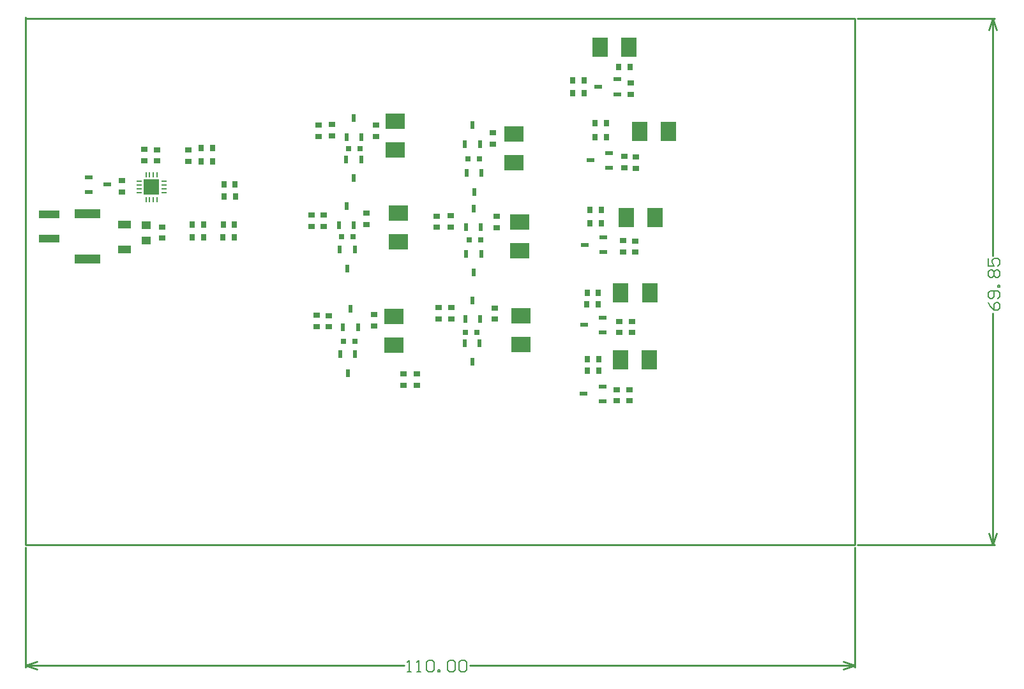
<source format=gtp>
%FSLAX25Y25*%
%MOIN*%
G70*
G01*
G75*
G04 Layer_Color=8421504*
%ADD10C,0.01000*%
%ADD11C,0.00800*%
%ADD12C,0.02000*%
%ADD13C,0.01500*%
%ADD14R,0.07874X0.09843*%
%ADD15R,0.03937X0.02362*%
%ADD16R,0.02756X0.03347*%
%ADD17R,0.03347X0.02756*%
%ADD18R,0.02362X0.03937*%
%ADD19R,0.09843X0.07874*%
%ADD20R,0.03150X0.03000*%
%ADD21R,0.01102X0.02618*%
%ADD22R,0.02618X0.01102*%
%ADD23R,0.08425X0.08425*%
%ADD24R,0.05118X0.03937*%
%ADD25R,0.07087X0.03937*%
%ADD26R,0.13780X0.04724*%
%ADD27R,0.10630X0.03937*%
%ADD28C,0.04000*%
%ADD29R,0.10400X0.19500*%
%ADD30R,0.29800X0.09500*%
%ADD31R,0.09700X0.12600*%
%ADD32R,0.21700X0.08200*%
%ADD33R,0.14400X0.15700*%
%ADD34R,0.31850X0.07800*%
%ADD35R,0.22100X0.07800*%
%ADD36R,0.09250X0.32500*%
%ADD37R,0.35100X0.09500*%
%ADD38R,0.13950X0.24700*%
%ADD39R,0.15400X0.30700*%
%ADD40R,0.11100X0.37200*%
%ADD41R,0.43600X0.19500*%
%ADD42R,0.55200X0.21700*%
%ADD43R,0.28700X0.30200*%
%ADD44R,0.23100X0.37800*%
%ADD45R,0.46700X0.47800*%
%ADD46R,0.48000X1.67000*%
%ADD47R,0.40000X0.63500*%
%ADD48R,2.47000X0.34000*%
%ADD49R,0.27000X0.39600*%
%ADD50R,0.32000X0.43000*%
%ADD51R,0.28000X0.46000*%
%ADD52C,0.00600*%
%ADD53C,0.05906*%
%ADD54R,0.05906X0.05906*%
%ADD55R,0.04724X0.06299*%
%ADD56O,0.04724X0.06299*%
%ADD57C,0.23622*%
%ADD58R,0.05906X0.05906*%
%ADD59C,0.19685*%
%ADD60C,0.03000*%
%ADD61C,0.02000*%
%ADD62C,0.05500*%
%ADD63R,0.03000X0.04000*%
%ADD64R,0.04000X0.03000*%
%ADD65R,0.04331X0.04724*%
%ADD66R,0.12992X0.09843*%
%ADD67R,0.03543X0.02126*%
%ADD68R,0.01969X0.06299*%
%ADD69R,0.14410X0.07874*%
%ADD70R,0.14410X0.09843*%
%ADD71R,0.05118X0.13780*%
%ADD72R,0.04724X0.13780*%
%ADD73R,0.13386X0.19291*%
%ADD74R,0.05512X0.05512*%
%ADD75R,0.09843X0.14410*%
%ADD76R,0.07874X0.14410*%
%ADD77R,0.06299X0.01969*%
%ADD78R,0.02126X0.03543*%
%ADD79R,0.14016X0.07008*%
%ADD80R,0.23900X0.07400*%
%ADD81R,0.06600X0.29900*%
%ADD82R,0.31161X0.10375*%
%ADD83R,0.10100X0.35200*%
%ADD84R,0.32275X0.09409*%
%ADD85R,0.13400X0.33200*%
%ADD86R,0.09200X0.34200*%
%ADD87R,0.31475X0.09309*%
%ADD88R,0.36300X0.11700*%
%ADD89R,0.07800X0.28400*%
%ADD90R,0.34500X0.09900*%
%ADD91R,0.06800X0.25700*%
%ADD92R,0.33050X0.09400*%
%ADD93R,0.08800X0.24200*%
%ADD94R,0.35000X0.11700*%
%ADD95R,0.13000X0.24000*%
%ADD96R,0.32000X2.10000*%
%ADD97R,0.15000X0.04000*%
%ADD98R,0.15000X0.03000*%
%ADD99R,0.65000X0.49000*%
%ADD100R,0.10000X0.48000*%
%ADD101R,0.85000X0.08000*%
%ADD102R,0.38000X0.18000*%
%ADD103R,0.16000X0.49000*%
%ADD104R,0.32000X0.47000*%
%ADD105R,0.03000X0.08000*%
%ADD106C,0.00500*%
%ADD107C,0.00591*%
%ADD108C,0.00787*%
D10*
X433071Y-64000D02*
Y-1500D01*
X0Y-64000D02*
Y-1500D01*
X232030Y-63000D02*
X433071D01*
X0D02*
X197840D01*
X427071Y-61000D02*
X433071Y-63000D01*
X427071Y-65000D02*
X433071Y-63000D01*
X0D02*
X6000Y-65000D01*
X0Y-63000D02*
X6000Y-61000D01*
X434571Y0D02*
X506000D01*
X434571Y275000D02*
X506000D01*
X505000Y0D02*
Y120804D01*
Y150996D02*
Y275000D01*
Y0D02*
X507000Y6000D01*
X503000D02*
X505000Y0D01*
X503000Y269000D02*
X505000Y275000D01*
X507000Y269000D01*
X433071Y0D02*
Y275000D01*
X0Y0D02*
X433071D01*
X0Y275000D02*
X433071D01*
X0Y0D02*
Y275590D01*
D14*
X315139Y259900D02*
D03*
X300061D02*
D03*
X320661Y216000D02*
D03*
X335739D02*
D03*
X313661Y170900D02*
D03*
X328739D02*
D03*
X310861Y131600D02*
D03*
X325939D02*
D03*
X310761Y96400D02*
D03*
X325839D02*
D03*
D15*
X309100Y235200D02*
D03*
X299257Y239137D02*
D03*
X309100Y243074D02*
D03*
X304800Y196800D02*
D03*
X294957Y200737D02*
D03*
X304800Y204674D02*
D03*
X301900Y152700D02*
D03*
X292057Y156637D02*
D03*
X301900Y160574D02*
D03*
X301500Y110800D02*
D03*
X291657Y114737D02*
D03*
X301500Y118674D02*
D03*
X301300Y74800D02*
D03*
X291458Y78737D02*
D03*
X301300Y82674D02*
D03*
X33035Y184126D02*
D03*
X42877Y188063D02*
D03*
X33035Y192000D02*
D03*
D16*
X309794Y249500D02*
D03*
X315700D02*
D03*
X285894Y242600D02*
D03*
X291800D02*
D03*
X285695Y235900D02*
D03*
X291600D02*
D03*
X303306Y220200D02*
D03*
X297400D02*
D03*
X303405Y212900D02*
D03*
X297500D02*
D03*
X300606Y175000D02*
D03*
X294700D02*
D03*
X300706Y167800D02*
D03*
X294800D02*
D03*
X299205Y131600D02*
D03*
X293300D02*
D03*
X299106Y125600D02*
D03*
X293200D02*
D03*
X299306Y96800D02*
D03*
X293400D02*
D03*
X299306Y90700D02*
D03*
X293400D02*
D03*
X97606Y200165D02*
D03*
X91700D02*
D03*
X91694Y207100D02*
D03*
X97600D02*
D03*
X109511Y188300D02*
D03*
X103605D02*
D03*
X103700Y182000D02*
D03*
X109606D02*
D03*
X109205Y167200D02*
D03*
X103300D02*
D03*
X109150Y160522D02*
D03*
X103245D02*
D03*
X87239D02*
D03*
X93145D02*
D03*
X92945Y167122D02*
D03*
X87039D02*
D03*
D17*
X316000Y241106D02*
D03*
Y235200D02*
D03*
X312700Y202706D02*
D03*
Y196800D02*
D03*
X318800Y196595D02*
D03*
Y202500D02*
D03*
X318400Y152694D02*
D03*
Y158600D02*
D03*
X312000Y158806D02*
D03*
Y152900D02*
D03*
X316800Y110695D02*
D03*
Y116600D02*
D03*
X310000Y116605D02*
D03*
Y110700D02*
D03*
X315500Y75094D02*
D03*
Y81000D02*
D03*
X308900Y81006D02*
D03*
Y75100D02*
D03*
X244000Y215106D02*
D03*
Y209200D02*
D03*
X246100Y171505D02*
D03*
Y165600D02*
D03*
X222200Y171705D02*
D03*
Y165800D02*
D03*
X214900Y165694D02*
D03*
Y171600D02*
D03*
X245000Y123606D02*
D03*
Y117700D02*
D03*
X222400Y117795D02*
D03*
Y123700D02*
D03*
X215800Y123705D02*
D03*
Y117800D02*
D03*
X204500Y89100D02*
D03*
Y83195D02*
D03*
X197500Y89100D02*
D03*
Y83195D02*
D03*
X182000Y120106D02*
D03*
Y114200D02*
D03*
X158400Y119606D02*
D03*
Y113700D02*
D03*
X152000Y113795D02*
D03*
Y119700D02*
D03*
X178200Y173205D02*
D03*
Y167300D02*
D03*
X155835Y166126D02*
D03*
Y172031D02*
D03*
X149435Y172137D02*
D03*
Y166232D02*
D03*
X183200Y219106D02*
D03*
Y213200D02*
D03*
X160000Y213600D02*
D03*
Y219506D02*
D03*
X153000Y213295D02*
D03*
Y219200D02*
D03*
X62200Y200600D02*
D03*
Y206505D02*
D03*
X68800Y206300D02*
D03*
Y200395D02*
D03*
X85000Y200200D02*
D03*
Y206105D02*
D03*
X50300Y190100D02*
D03*
Y184195D02*
D03*
X71400Y160094D02*
D03*
Y166000D02*
D03*
D18*
X229500Y209200D02*
D03*
X233437Y219042D02*
D03*
X237374Y209200D02*
D03*
X238200Y194100D02*
D03*
X234263Y184257D02*
D03*
X230326Y194100D02*
D03*
X230000Y165700D02*
D03*
X233937Y175542D02*
D03*
X237874Y165700D02*
D03*
X238100Y151900D02*
D03*
X234163Y142058D02*
D03*
X230226Y151900D02*
D03*
X237200Y105200D02*
D03*
X233263Y95358D02*
D03*
X229326Y105200D02*
D03*
X229600Y117700D02*
D03*
X233537Y127542D02*
D03*
X237474Y117700D02*
D03*
X165800Y113500D02*
D03*
X169737Y123343D02*
D03*
X173674Y113500D02*
D03*
X172200Y99500D02*
D03*
X168263Y89657D02*
D03*
X164326Y99500D02*
D03*
X163700Y167000D02*
D03*
X167637Y176842D02*
D03*
X171574Y167000D02*
D03*
X172000Y154100D02*
D03*
X168063Y144257D02*
D03*
X164126Y154100D02*
D03*
X175400Y201300D02*
D03*
X171463Y191457D02*
D03*
X167526Y201300D02*
D03*
X175474Y212900D02*
D03*
X171537Y222743D02*
D03*
X167600Y212900D02*
D03*
D19*
X255000Y199361D02*
D03*
Y214439D02*
D03*
X258200Y153561D02*
D03*
Y168639D02*
D03*
X258600Y104561D02*
D03*
Y119639D02*
D03*
X192500Y104161D02*
D03*
Y119239D02*
D03*
X194900Y158261D02*
D03*
Y173339D02*
D03*
X193200Y221139D02*
D03*
Y206061D02*
D03*
D20*
X237100Y201500D02*
D03*
X231100D02*
D03*
X237900Y159200D02*
D03*
X231900D02*
D03*
X235900Y110900D02*
D03*
X229900D02*
D03*
X172000Y106100D02*
D03*
X166000D02*
D03*
X171200Y161000D02*
D03*
X165200D02*
D03*
X168800Y207000D02*
D03*
X174800D02*
D03*
D21*
X62947Y180274D02*
D03*
X64916D02*
D03*
X66884D02*
D03*
X68853D02*
D03*
Y193326D02*
D03*
X66884D02*
D03*
X64916D02*
D03*
X62947D02*
D03*
D22*
X72426Y183847D02*
D03*
Y185816D02*
D03*
Y187784D02*
D03*
Y189753D02*
D03*
X59374D02*
D03*
Y187784D02*
D03*
Y185816D02*
D03*
Y183847D02*
D03*
D23*
X65900Y186800D02*
D03*
D24*
X63100Y158926D02*
D03*
Y166800D02*
D03*
D25*
X51900Y154300D02*
D03*
Y167095D02*
D03*
D26*
X32300Y149100D02*
D03*
Y172722D02*
D03*
D27*
X12400Y159805D02*
D03*
Y172600D02*
D03*
D52*
X199441Y-66599D02*
X201440D01*
X200440D01*
Y-60601D01*
X199441Y-61601D01*
X204439Y-66599D02*
X206438D01*
X205438D01*
Y-60601D01*
X204439Y-61601D01*
X209437D02*
X210437Y-60601D01*
X212436D01*
X213436Y-61601D01*
Y-65599D01*
X212436Y-66599D01*
X210437D01*
X209437Y-65599D01*
Y-61601D01*
X215435Y-66599D02*
Y-65599D01*
X216435D01*
Y-66599D01*
X215435D01*
X220434Y-61601D02*
X221433Y-60601D01*
X223433D01*
X224432Y-61601D01*
Y-65599D01*
X223433Y-66599D01*
X221433D01*
X220434Y-65599D01*
Y-61601D01*
X226432D02*
X227431Y-60601D01*
X229431D01*
X230430Y-61601D01*
Y-65599D01*
X229431Y-66599D01*
X227431D01*
X226432Y-65599D01*
Y-61601D01*
X502601Y126403D02*
X503601Y124404D01*
X505600Y122404D01*
X507599D01*
X508599Y123404D01*
Y125403D01*
X507599Y126403D01*
X506600D01*
X505600Y125403D01*
Y122404D01*
X507599Y128402D02*
X508599Y129402D01*
Y131401D01*
X507599Y132401D01*
X503601D01*
X502601Y131401D01*
Y129402D01*
X503601Y128402D01*
X504600D01*
X505600Y129402D01*
Y132401D01*
X508599Y134400D02*
X507599D01*
Y135400D01*
X508599D01*
Y134400D01*
X503601Y139399D02*
X502601Y140399D01*
Y142398D01*
X503601Y143398D01*
X504600D01*
X505600Y142398D01*
X506600Y143398D01*
X507599D01*
X508599Y142398D01*
Y140399D01*
X507599Y139399D01*
X506600D01*
X505600Y140399D01*
X504600Y139399D01*
X503601D01*
X505600Y140399D02*
Y142398D01*
X502601Y149396D02*
Y145397D01*
X505600D01*
X504600Y147396D01*
Y148396D01*
X505600Y149396D01*
X507599D01*
X508599Y148396D01*
Y146397D01*
X507599Y145397D01*
M02*

</source>
